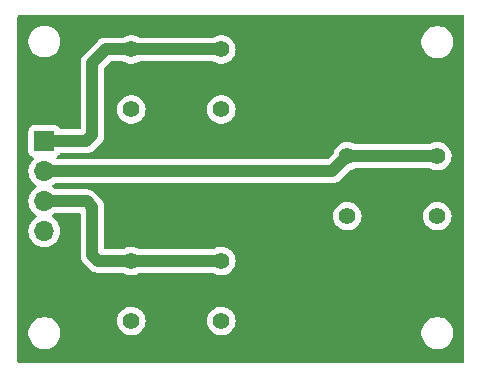
<source format=gbr>
%TF.GenerationSoftware,KiCad,Pcbnew,8.0.7*%
%TF.CreationDate,2025-01-07T20:01:39+01:00*%
%TF.ProjectId,keyboard,6b657962-6f61-4726-942e-6b696361645f,rev?*%
%TF.SameCoordinates,Original*%
%TF.FileFunction,Copper,L2,Bot*%
%TF.FilePolarity,Positive*%
%FSLAX46Y46*%
G04 Gerber Fmt 4.6, Leading zero omitted, Abs format (unit mm)*
G04 Created by KiCad (PCBNEW 8.0.7) date 2025-01-07 20:01:39*
%MOMM*%
%LPD*%
G01*
G04 APERTURE LIST*
%TA.AperFunction,ComponentPad*%
%ADD10C,1.397000*%
%TD*%
%TA.AperFunction,ComponentPad*%
%ADD11R,1.700000X1.700000*%
%TD*%
%TA.AperFunction,ComponentPad*%
%ADD12O,1.700000X1.700000*%
%TD*%
%TA.AperFunction,Conductor*%
%ADD13C,1.000000*%
%TD*%
G04 APERTURE END LIST*
D10*
%TO.P,SW3,1,1*%
%TO.N,Net-(J1-Pin_3)*%
X54350000Y-45704000D03*
X61970000Y-45704000D03*
%TO.P,SW3,2,2*%
%TO.N,/5VB*%
X54350000Y-50784000D03*
X61970000Y-50784000D03*
%TD*%
%TO.P,SW2,1,1*%
%TO.N,Net-(J1-Pin_2)*%
X72644000Y-36830000D03*
X80264000Y-36830000D03*
%TO.P,SW2,2,2*%
%TO.N,/5VB*%
X72644000Y-41910000D03*
X80264000Y-41910000D03*
%TD*%
%TO.P,SW1,1,1*%
%TO.N,Net-(J1-Pin_1)*%
X54350000Y-27804000D03*
X61970000Y-27804000D03*
%TO.P,SW1,2,2*%
%TO.N,/5VB*%
X54350000Y-32884000D03*
X61970000Y-32884000D03*
%TD*%
D11*
%TO.P,J1,1,Pin_1*%
%TO.N,Net-(J1-Pin_1)*%
X46990000Y-35570000D03*
D12*
%TO.P,J1,2,Pin_2*%
%TO.N,Net-(J1-Pin_2)*%
X46990000Y-38110000D03*
%TO.P,J1,3,Pin_3*%
%TO.N,Net-(J1-Pin_3)*%
X46990000Y-40650000D03*
%TO.P,J1,4,Pin_4*%
%TO.N,/5VB*%
X46990000Y-43190000D03*
%TD*%
D13*
%TO.N,Net-(J1-Pin_3)*%
X54350000Y-45704000D02*
X61970000Y-45704000D01*
X51054000Y-45212000D02*
X51562000Y-45720000D01*
X51054000Y-41148000D02*
X51054000Y-45212000D01*
X50556000Y-40650000D02*
X51054000Y-41148000D01*
X51562000Y-45720000D02*
X51578000Y-45704000D01*
X46990000Y-40650000D02*
X50556000Y-40650000D01*
X51578000Y-45704000D02*
X54350000Y-45704000D01*
%TO.N,Net-(J1-Pin_2)*%
X72644000Y-36830000D02*
X80264000Y-36830000D01*
X71364000Y-38110000D02*
X72644000Y-36830000D01*
X46990000Y-38110000D02*
X71364000Y-38110000D01*
%TO.N,Net-(J1-Pin_1)*%
X54350000Y-27804000D02*
X61970000Y-27804000D01*
X52206000Y-27804000D02*
X54350000Y-27804000D01*
X51054000Y-28956000D02*
X52206000Y-27804000D01*
X51054000Y-35052000D02*
X51054000Y-28956000D01*
X50536000Y-35570000D02*
X51054000Y-35052000D01*
X46990000Y-35570000D02*
X50536000Y-35570000D01*
%TD*%
%TA.AperFunction,NonConductor*%
G36*
X82493039Y-24911685D02*
G01*
X82538794Y-24964489D01*
X82550000Y-25016000D01*
X82550000Y-54232000D01*
X82530315Y-54299039D01*
X82477511Y-54344794D01*
X82426000Y-54356000D01*
X44828000Y-54356000D01*
X44760961Y-54336315D01*
X44715206Y-54283511D01*
X44704000Y-54232000D01*
X44704000Y-51709713D01*
X45639500Y-51709713D01*
X45639500Y-51922286D01*
X45672753Y-52132239D01*
X45738444Y-52334414D01*
X45834951Y-52523820D01*
X45959890Y-52695786D01*
X46110213Y-52846109D01*
X46282179Y-52971048D01*
X46282181Y-52971049D01*
X46282184Y-52971051D01*
X46471588Y-53067557D01*
X46673757Y-53133246D01*
X46883713Y-53166500D01*
X46883714Y-53166500D01*
X47096286Y-53166500D01*
X47096287Y-53166500D01*
X47306243Y-53133246D01*
X47508412Y-53067557D01*
X47697816Y-52971051D01*
X47719789Y-52955086D01*
X47869786Y-52846109D01*
X47869788Y-52846106D01*
X47869792Y-52846104D01*
X48020104Y-52695792D01*
X48020106Y-52695788D01*
X48020109Y-52695786D01*
X48145048Y-52523820D01*
X48145047Y-52523820D01*
X48145051Y-52523816D01*
X48241557Y-52334412D01*
X48307246Y-52132243D01*
X48340500Y-51922287D01*
X48340500Y-51709713D01*
X48307246Y-51499757D01*
X48241557Y-51297588D01*
X48145051Y-51108184D01*
X48145049Y-51108181D01*
X48145048Y-51108179D01*
X48020109Y-50936213D01*
X47869786Y-50785890D01*
X47867183Y-50783999D01*
X53145863Y-50783999D01*
X53145863Y-50784000D01*
X53166365Y-51005259D01*
X53166366Y-51005261D01*
X53227174Y-51218979D01*
X53227180Y-51218994D01*
X53326222Y-51417896D01*
X53460133Y-51595224D01*
X53624344Y-51744921D01*
X53624346Y-51744923D01*
X53813266Y-51861897D01*
X53813272Y-51861900D01*
X53842206Y-51873109D01*
X54020472Y-51942170D01*
X54238896Y-51983000D01*
X54238899Y-51983000D01*
X54461101Y-51983000D01*
X54461104Y-51983000D01*
X54679528Y-51942170D01*
X54886730Y-51861899D01*
X55075655Y-51744922D01*
X55239868Y-51595222D01*
X55373778Y-51417896D01*
X55472824Y-51218984D01*
X55533634Y-51005260D01*
X55554137Y-50784000D01*
X55554137Y-50783999D01*
X60765863Y-50783999D01*
X60765863Y-50784000D01*
X60786365Y-51005259D01*
X60786366Y-51005261D01*
X60847174Y-51218979D01*
X60847180Y-51218994D01*
X60946222Y-51417896D01*
X61080133Y-51595224D01*
X61244344Y-51744921D01*
X61244346Y-51744923D01*
X61433266Y-51861897D01*
X61433272Y-51861900D01*
X61462206Y-51873109D01*
X61640472Y-51942170D01*
X61858896Y-51983000D01*
X61858899Y-51983000D01*
X62081101Y-51983000D01*
X62081104Y-51983000D01*
X62299528Y-51942170D01*
X62506730Y-51861899D01*
X62695655Y-51744922D01*
X62734277Y-51709713D01*
X78913500Y-51709713D01*
X78913500Y-51922286D01*
X78946753Y-52132239D01*
X79012444Y-52334414D01*
X79108951Y-52523820D01*
X79233890Y-52695786D01*
X79384213Y-52846109D01*
X79556179Y-52971048D01*
X79556181Y-52971049D01*
X79556184Y-52971051D01*
X79745588Y-53067557D01*
X79947757Y-53133246D01*
X80157713Y-53166500D01*
X80157714Y-53166500D01*
X80370286Y-53166500D01*
X80370287Y-53166500D01*
X80580243Y-53133246D01*
X80782412Y-53067557D01*
X80971816Y-52971051D01*
X80993789Y-52955086D01*
X81143786Y-52846109D01*
X81143788Y-52846106D01*
X81143792Y-52846104D01*
X81294104Y-52695792D01*
X81294106Y-52695788D01*
X81294109Y-52695786D01*
X81419048Y-52523820D01*
X81419047Y-52523820D01*
X81419051Y-52523816D01*
X81515557Y-52334412D01*
X81581246Y-52132243D01*
X81614500Y-51922287D01*
X81614500Y-51709713D01*
X81581246Y-51499757D01*
X81515557Y-51297588D01*
X81419051Y-51108184D01*
X81419049Y-51108181D01*
X81419048Y-51108179D01*
X81294109Y-50936213D01*
X81143786Y-50785890D01*
X80971820Y-50660951D01*
X80782414Y-50564444D01*
X80782413Y-50564443D01*
X80782412Y-50564443D01*
X80580243Y-50498754D01*
X80580241Y-50498753D01*
X80580240Y-50498753D01*
X80418957Y-50473208D01*
X80370287Y-50465500D01*
X80157713Y-50465500D01*
X80109042Y-50473208D01*
X79947760Y-50498753D01*
X79745585Y-50564444D01*
X79556179Y-50660951D01*
X79384213Y-50785890D01*
X79233890Y-50936213D01*
X79108951Y-51108179D01*
X79012444Y-51297585D01*
X78946753Y-51499760D01*
X78913500Y-51709713D01*
X62734277Y-51709713D01*
X62859868Y-51595222D01*
X62993778Y-51417896D01*
X63092824Y-51218984D01*
X63153634Y-51005260D01*
X63174137Y-50784000D01*
X63153634Y-50562740D01*
X63092824Y-50349016D01*
X62993778Y-50150104D01*
X62859868Y-49972778D01*
X62859866Y-49972775D01*
X62695655Y-49823078D01*
X62695653Y-49823076D01*
X62506733Y-49706102D01*
X62506727Y-49706099D01*
X62399080Y-49664397D01*
X62299528Y-49625830D01*
X62081104Y-49585000D01*
X61858896Y-49585000D01*
X61640472Y-49625830D01*
X61590695Y-49645113D01*
X61433272Y-49706099D01*
X61433266Y-49706102D01*
X61244346Y-49823076D01*
X61244344Y-49823078D01*
X61080133Y-49972775D01*
X60946222Y-50150103D01*
X60847180Y-50349005D01*
X60847174Y-50349020D01*
X60786366Y-50562738D01*
X60786365Y-50562740D01*
X60765863Y-50783999D01*
X55554137Y-50783999D01*
X55533634Y-50562740D01*
X55472824Y-50349016D01*
X55373778Y-50150104D01*
X55239868Y-49972778D01*
X55239866Y-49972775D01*
X55075655Y-49823078D01*
X55075653Y-49823076D01*
X54886733Y-49706102D01*
X54886727Y-49706099D01*
X54779080Y-49664397D01*
X54679528Y-49625830D01*
X54461104Y-49585000D01*
X54238896Y-49585000D01*
X54020472Y-49625830D01*
X53970695Y-49645113D01*
X53813272Y-49706099D01*
X53813266Y-49706102D01*
X53624346Y-49823076D01*
X53624344Y-49823078D01*
X53460133Y-49972775D01*
X53326222Y-50150103D01*
X53227180Y-50349005D01*
X53227174Y-50349020D01*
X53166366Y-50562738D01*
X53166365Y-50562740D01*
X53145863Y-50783999D01*
X47867183Y-50783999D01*
X47697820Y-50660951D01*
X47508414Y-50564444D01*
X47508413Y-50564443D01*
X47508412Y-50564443D01*
X47306243Y-50498754D01*
X47306241Y-50498753D01*
X47306240Y-50498753D01*
X47144957Y-50473208D01*
X47096287Y-50465500D01*
X46883713Y-50465500D01*
X46835042Y-50473208D01*
X46673760Y-50498753D01*
X46471585Y-50564444D01*
X46282179Y-50660951D01*
X46110213Y-50785890D01*
X45959890Y-50936213D01*
X45834951Y-51108179D01*
X45738444Y-51297585D01*
X45672753Y-51499760D01*
X45639500Y-51709713D01*
X44704000Y-51709713D01*
X44704000Y-38109999D01*
X45634341Y-38109999D01*
X45634341Y-38110000D01*
X45654936Y-38345403D01*
X45654938Y-38345413D01*
X45716094Y-38573655D01*
X45716096Y-38573659D01*
X45716097Y-38573663D01*
X45792527Y-38737567D01*
X45815965Y-38787830D01*
X45815967Y-38787834D01*
X45951501Y-38981395D01*
X45951506Y-38981402D01*
X46118597Y-39148493D01*
X46118603Y-39148498D01*
X46304158Y-39278425D01*
X46347783Y-39333002D01*
X46354977Y-39402500D01*
X46323454Y-39464855D01*
X46304158Y-39481575D01*
X46118597Y-39611505D01*
X45951505Y-39778597D01*
X45815965Y-39972169D01*
X45815964Y-39972171D01*
X45716098Y-40186335D01*
X45716094Y-40186344D01*
X45654938Y-40414586D01*
X45654936Y-40414596D01*
X45634341Y-40649999D01*
X45634341Y-40650000D01*
X45654936Y-40885403D01*
X45654938Y-40885413D01*
X45716094Y-41113655D01*
X45716096Y-41113659D01*
X45716097Y-41113663D01*
X45791844Y-41276103D01*
X45815965Y-41327830D01*
X45815967Y-41327834D01*
X45951501Y-41521395D01*
X45951506Y-41521402D01*
X46118597Y-41688493D01*
X46118603Y-41688498D01*
X46304158Y-41818425D01*
X46347783Y-41873002D01*
X46354977Y-41942500D01*
X46323454Y-42004855D01*
X46304158Y-42021575D01*
X46118597Y-42151505D01*
X45951505Y-42318597D01*
X45815965Y-42512169D01*
X45815964Y-42512171D01*
X45716098Y-42726335D01*
X45716094Y-42726344D01*
X45654938Y-42954586D01*
X45654936Y-42954596D01*
X45634341Y-43189999D01*
X45634341Y-43190000D01*
X45654936Y-43425403D01*
X45654938Y-43425413D01*
X45716094Y-43653655D01*
X45716096Y-43653659D01*
X45716097Y-43653663D01*
X45815965Y-43867830D01*
X45815967Y-43867834D01*
X45924281Y-44022521D01*
X45951505Y-44061401D01*
X46118599Y-44228495D01*
X46215384Y-44296265D01*
X46312165Y-44364032D01*
X46312167Y-44364033D01*
X46312170Y-44364035D01*
X46526337Y-44463903D01*
X46754592Y-44525063D01*
X46942918Y-44541539D01*
X46989999Y-44545659D01*
X46990000Y-44545659D01*
X46990001Y-44545659D01*
X47029234Y-44542226D01*
X47225408Y-44525063D01*
X47453663Y-44463903D01*
X47667830Y-44364035D01*
X47861401Y-44228495D01*
X48028495Y-44061401D01*
X48164035Y-43867830D01*
X48263903Y-43653663D01*
X48325063Y-43425408D01*
X48345659Y-43190000D01*
X48325063Y-42954592D01*
X48263903Y-42726337D01*
X48164035Y-42512171D01*
X48046967Y-42344979D01*
X48028494Y-42318597D01*
X47861402Y-42151506D01*
X47861396Y-42151501D01*
X47675842Y-42021575D01*
X47632217Y-41966998D01*
X47625023Y-41897500D01*
X47656546Y-41835145D01*
X47675842Y-41818425D01*
X47738573Y-41774500D01*
X47861401Y-41688495D01*
X47863077Y-41686819D01*
X47863995Y-41686317D01*
X47865544Y-41685018D01*
X47865805Y-41685329D01*
X47924400Y-41653334D01*
X47950758Y-41650500D01*
X49929500Y-41650500D01*
X49996539Y-41670185D01*
X50042294Y-41722989D01*
X50053500Y-41774500D01*
X50053500Y-45310541D01*
X50053500Y-45310543D01*
X50053499Y-45310543D01*
X50091947Y-45503829D01*
X50091950Y-45503839D01*
X50167364Y-45685907D01*
X50167371Y-45685920D01*
X50276859Y-45849780D01*
X50276860Y-45849781D01*
X50276861Y-45849782D01*
X50416218Y-45989139D01*
X50416219Y-45989139D01*
X50423286Y-45996206D01*
X50423285Y-45996206D01*
X50423289Y-45996209D01*
X50924214Y-46497136D01*
X50924218Y-46497139D01*
X51088078Y-46606627D01*
X51088084Y-46606630D01*
X51088085Y-46606631D01*
X51270164Y-46682051D01*
X51463454Y-46720499D01*
X51463457Y-46720500D01*
X51463459Y-46720500D01*
X51660541Y-46720500D01*
X51696300Y-46713386D01*
X51728997Y-46706882D01*
X51753188Y-46704500D01*
X53652985Y-46704500D01*
X53718262Y-46723073D01*
X53813266Y-46781897D01*
X53813272Y-46781900D01*
X53842206Y-46793109D01*
X54020472Y-46862170D01*
X54238896Y-46903000D01*
X54238899Y-46903000D01*
X54461101Y-46903000D01*
X54461104Y-46903000D01*
X54679528Y-46862170D01*
X54886730Y-46781899D01*
X54916577Y-46763418D01*
X54981738Y-46723073D01*
X55047015Y-46704500D01*
X61272985Y-46704500D01*
X61338262Y-46723073D01*
X61433266Y-46781897D01*
X61433272Y-46781900D01*
X61462206Y-46793109D01*
X61640472Y-46862170D01*
X61858896Y-46903000D01*
X61858899Y-46903000D01*
X62081101Y-46903000D01*
X62081104Y-46903000D01*
X62299528Y-46862170D01*
X62506730Y-46781899D01*
X62695655Y-46664922D01*
X62859868Y-46515222D01*
X62993778Y-46337896D01*
X63092824Y-46138984D01*
X63153634Y-45925260D01*
X63174137Y-45704000D01*
X63172460Y-45685907D01*
X63153634Y-45482740D01*
X63153633Y-45482738D01*
X63104639Y-45310543D01*
X63092824Y-45269016D01*
X62993778Y-45070104D01*
X62859868Y-44892778D01*
X62859866Y-44892775D01*
X62695655Y-44743078D01*
X62695653Y-44743076D01*
X62506733Y-44626102D01*
X62506727Y-44626099D01*
X62399080Y-44584397D01*
X62299528Y-44545830D01*
X62081104Y-44505000D01*
X61858896Y-44505000D01*
X61640472Y-44545830D01*
X61590695Y-44565113D01*
X61433272Y-44626099D01*
X61433266Y-44626102D01*
X61338262Y-44684927D01*
X61272985Y-44703500D01*
X55047015Y-44703500D01*
X54981738Y-44684927D01*
X54886733Y-44626102D01*
X54886727Y-44626099D01*
X54779080Y-44584397D01*
X54679528Y-44545830D01*
X54461104Y-44505000D01*
X54238896Y-44505000D01*
X54020472Y-44545830D01*
X53970695Y-44565113D01*
X53813272Y-44626099D01*
X53813266Y-44626102D01*
X53718262Y-44684927D01*
X53652985Y-44703500D01*
X52178500Y-44703500D01*
X52111461Y-44683815D01*
X52065706Y-44631011D01*
X52054500Y-44579500D01*
X52054500Y-41909999D01*
X71439863Y-41909999D01*
X71439863Y-41910000D01*
X71460365Y-42131259D01*
X71460366Y-42131261D01*
X71521174Y-42344979D01*
X71521180Y-42344994D01*
X71620222Y-42543896D01*
X71754133Y-42721224D01*
X71918344Y-42870921D01*
X71918346Y-42870923D01*
X72107266Y-42987897D01*
X72107272Y-42987900D01*
X72136206Y-42999109D01*
X72314472Y-43068170D01*
X72532896Y-43109000D01*
X72532899Y-43109000D01*
X72755101Y-43109000D01*
X72755104Y-43109000D01*
X72973528Y-43068170D01*
X73180730Y-42987899D01*
X73369655Y-42870922D01*
X73509200Y-42743709D01*
X73533866Y-42721224D01*
X73533868Y-42721222D01*
X73667778Y-42543896D01*
X73766824Y-42344984D01*
X73827634Y-42131260D01*
X73848137Y-41910000D01*
X73848137Y-41909999D01*
X79059863Y-41909999D01*
X79059863Y-41910000D01*
X79080365Y-42131259D01*
X79080366Y-42131261D01*
X79141174Y-42344979D01*
X79141180Y-42344994D01*
X79240222Y-42543896D01*
X79374133Y-42721224D01*
X79538344Y-42870921D01*
X79538346Y-42870923D01*
X79727266Y-42987897D01*
X79727272Y-42987900D01*
X79756206Y-42999109D01*
X79934472Y-43068170D01*
X80152896Y-43109000D01*
X80152899Y-43109000D01*
X80375101Y-43109000D01*
X80375104Y-43109000D01*
X80593528Y-43068170D01*
X80800730Y-42987899D01*
X80989655Y-42870922D01*
X81129200Y-42743709D01*
X81153866Y-42721224D01*
X81153868Y-42721222D01*
X81287778Y-42543896D01*
X81386824Y-42344984D01*
X81447634Y-42131260D01*
X81468137Y-41910000D01*
X81447634Y-41688740D01*
X81386824Y-41475016D01*
X81287778Y-41276104D01*
X81223530Y-41191026D01*
X81153866Y-41098775D01*
X80989655Y-40949078D01*
X80989653Y-40949076D01*
X80800733Y-40832102D01*
X80800727Y-40832099D01*
X80693080Y-40790397D01*
X80593528Y-40751830D01*
X80375104Y-40711000D01*
X80152896Y-40711000D01*
X79934472Y-40751830D01*
X79884695Y-40771113D01*
X79727272Y-40832099D01*
X79727266Y-40832102D01*
X79538346Y-40949076D01*
X79538344Y-40949078D01*
X79374133Y-41098775D01*
X79240222Y-41276103D01*
X79141180Y-41475005D01*
X79141174Y-41475020D01*
X79080366Y-41688738D01*
X79080365Y-41688740D01*
X79059863Y-41909999D01*
X73848137Y-41909999D01*
X73827634Y-41688740D01*
X73766824Y-41475016D01*
X73667778Y-41276104D01*
X73603530Y-41191026D01*
X73533866Y-41098775D01*
X73369655Y-40949078D01*
X73369653Y-40949076D01*
X73180733Y-40832102D01*
X73180727Y-40832099D01*
X73073080Y-40790397D01*
X72973528Y-40751830D01*
X72755104Y-40711000D01*
X72532896Y-40711000D01*
X72314472Y-40751830D01*
X72264695Y-40771113D01*
X72107272Y-40832099D01*
X72107266Y-40832102D01*
X71918346Y-40949076D01*
X71918344Y-40949078D01*
X71754133Y-41098775D01*
X71620222Y-41276103D01*
X71521180Y-41475005D01*
X71521174Y-41475020D01*
X71460366Y-41688738D01*
X71460365Y-41688740D01*
X71439863Y-41909999D01*
X52054500Y-41909999D01*
X52054500Y-41049456D01*
X52016052Y-40856169D01*
X52016049Y-40856160D01*
X52006084Y-40832104D01*
X52006082Y-40832099D01*
X51971472Y-40748541D01*
X51955922Y-40711000D01*
X51940632Y-40674086D01*
X51940630Y-40674084D01*
X51940630Y-40674082D01*
X51831140Y-40510219D01*
X51831139Y-40510218D01*
X51691782Y-40370861D01*
X51691781Y-40370860D01*
X51340208Y-40019288D01*
X51340206Y-40019285D01*
X51340206Y-40019286D01*
X51333139Y-40012219D01*
X51333139Y-40012218D01*
X51193782Y-39872861D01*
X51193781Y-39872860D01*
X51193780Y-39872859D01*
X51029920Y-39763371D01*
X51029911Y-39763366D01*
X50957315Y-39733296D01*
X50901165Y-39710038D01*
X50847836Y-39687949D01*
X50847832Y-39687948D01*
X50847828Y-39687946D01*
X50751188Y-39668724D01*
X50654544Y-39649500D01*
X50654541Y-39649500D01*
X47950758Y-39649500D01*
X47883719Y-39629815D01*
X47863077Y-39613181D01*
X47861402Y-39611506D01*
X47861396Y-39611501D01*
X47675842Y-39481575D01*
X47632217Y-39426998D01*
X47625023Y-39357500D01*
X47656546Y-39295145D01*
X47675842Y-39278425D01*
X47698026Y-39262891D01*
X47861401Y-39148495D01*
X47863077Y-39146819D01*
X47863995Y-39146317D01*
X47865544Y-39145018D01*
X47865805Y-39145329D01*
X47924400Y-39113334D01*
X47950758Y-39110500D01*
X71462542Y-39110500D01*
X71481870Y-39106655D01*
X71559188Y-39091275D01*
X71655836Y-39072051D01*
X71709165Y-39049961D01*
X71837914Y-38996632D01*
X72001782Y-38887139D01*
X72141139Y-38747782D01*
X72141139Y-38747780D01*
X72151347Y-38737573D01*
X72151349Y-38737570D01*
X72856867Y-38032051D01*
X72918188Y-37998568D01*
X72921737Y-37997850D01*
X72957559Y-37991154D01*
X72973529Y-37988170D01*
X73180718Y-37907904D01*
X73180727Y-37907900D01*
X73180730Y-37907899D01*
X73210577Y-37889418D01*
X73275738Y-37849073D01*
X73341015Y-37830500D01*
X79566985Y-37830500D01*
X79632262Y-37849073D01*
X79727266Y-37907897D01*
X79727272Y-37907900D01*
X79756206Y-37919109D01*
X79934472Y-37988170D01*
X80152896Y-38029000D01*
X80152899Y-38029000D01*
X80375101Y-38029000D01*
X80375104Y-38029000D01*
X80593528Y-37988170D01*
X80800730Y-37907899D01*
X80989655Y-37790922D01*
X81129200Y-37663709D01*
X81153866Y-37641224D01*
X81153868Y-37641222D01*
X81287778Y-37463896D01*
X81386824Y-37264984D01*
X81447634Y-37051260D01*
X81468137Y-36830000D01*
X81463276Y-36777547D01*
X81447634Y-36608740D01*
X81447633Y-36608738D01*
X81443646Y-36594726D01*
X81386824Y-36395016D01*
X81287778Y-36196104D01*
X81153868Y-36018778D01*
X81153866Y-36018775D01*
X80989655Y-35869078D01*
X80989653Y-35869076D01*
X80800733Y-35752102D01*
X80800727Y-35752099D01*
X80693080Y-35710397D01*
X80593528Y-35671830D01*
X80375104Y-35631000D01*
X80152896Y-35631000D01*
X79934472Y-35671830D01*
X79888141Y-35689779D01*
X79727272Y-35752099D01*
X79727266Y-35752102D01*
X79632262Y-35810927D01*
X79566985Y-35829500D01*
X73341015Y-35829500D01*
X73275738Y-35810927D01*
X73180733Y-35752102D01*
X73180727Y-35752099D01*
X73073080Y-35710397D01*
X72973528Y-35671830D01*
X72755104Y-35631000D01*
X72532896Y-35631000D01*
X72314472Y-35671830D01*
X72268141Y-35689779D01*
X72107272Y-35752099D01*
X72107266Y-35752102D01*
X71918346Y-35869076D01*
X71918344Y-35869078D01*
X71754133Y-36018775D01*
X71620222Y-36196103D01*
X71521180Y-36395005D01*
X71521175Y-36395018D01*
X71473166Y-36563752D01*
X71441581Y-36617498D01*
X70985899Y-37073181D01*
X70924576Y-37106666D01*
X70898218Y-37109500D01*
X48110860Y-37109500D01*
X48043821Y-37089815D01*
X47998066Y-37037011D01*
X47988122Y-36967853D01*
X48017147Y-36904297D01*
X48067527Y-36869318D01*
X48082328Y-36863797D01*
X48082327Y-36863797D01*
X48082331Y-36863796D01*
X48197546Y-36777546D01*
X48283796Y-36662331D01*
X48287960Y-36651165D01*
X48329829Y-36595234D01*
X48395293Y-36570816D01*
X48404141Y-36570500D01*
X50634542Y-36570500D01*
X50653870Y-36566655D01*
X50731188Y-36551275D01*
X50827836Y-36532051D01*
X50881165Y-36509961D01*
X51009914Y-36456632D01*
X51173782Y-36347139D01*
X51313139Y-36207782D01*
X51313140Y-36207779D01*
X51831140Y-35689781D01*
X51940632Y-35525914D01*
X52016052Y-35343835D01*
X52054500Y-35150540D01*
X52054500Y-34953459D01*
X52054500Y-32883999D01*
X53145863Y-32883999D01*
X53145863Y-32884000D01*
X53166365Y-33105259D01*
X53166366Y-33105261D01*
X53227174Y-33318979D01*
X53227180Y-33318994D01*
X53326222Y-33517896D01*
X53460133Y-33695224D01*
X53624344Y-33844921D01*
X53624346Y-33844923D01*
X53813266Y-33961897D01*
X53813272Y-33961900D01*
X53842206Y-33973109D01*
X54020472Y-34042170D01*
X54238896Y-34083000D01*
X54238899Y-34083000D01*
X54461101Y-34083000D01*
X54461104Y-34083000D01*
X54679528Y-34042170D01*
X54886730Y-33961899D01*
X55075655Y-33844922D01*
X55239868Y-33695222D01*
X55373778Y-33517896D01*
X55472824Y-33318984D01*
X55533634Y-33105260D01*
X55554137Y-32884000D01*
X55554137Y-32883999D01*
X60765863Y-32883999D01*
X60765863Y-32884000D01*
X60786365Y-33105259D01*
X60786366Y-33105261D01*
X60847174Y-33318979D01*
X60847180Y-33318994D01*
X60946222Y-33517896D01*
X61080133Y-33695224D01*
X61244344Y-33844921D01*
X61244346Y-33844923D01*
X61433266Y-33961897D01*
X61433272Y-33961900D01*
X61462206Y-33973109D01*
X61640472Y-34042170D01*
X61858896Y-34083000D01*
X61858899Y-34083000D01*
X62081101Y-34083000D01*
X62081104Y-34083000D01*
X62299528Y-34042170D01*
X62506730Y-33961899D01*
X62695655Y-33844922D01*
X62859868Y-33695222D01*
X62993778Y-33517896D01*
X63092824Y-33318984D01*
X63153634Y-33105260D01*
X63174137Y-32884000D01*
X63153634Y-32662740D01*
X63092824Y-32449016D01*
X62993778Y-32250104D01*
X62859868Y-32072778D01*
X62859866Y-32072775D01*
X62695655Y-31923078D01*
X62695653Y-31923076D01*
X62506733Y-31806102D01*
X62506727Y-31806099D01*
X62399080Y-31764397D01*
X62299528Y-31725830D01*
X62081104Y-31685000D01*
X61858896Y-31685000D01*
X61640472Y-31725830D01*
X61590695Y-31745113D01*
X61433272Y-31806099D01*
X61433266Y-31806102D01*
X61244346Y-31923076D01*
X61244344Y-31923078D01*
X61080133Y-32072775D01*
X60946222Y-32250103D01*
X60847180Y-32449005D01*
X60847174Y-32449020D01*
X60786366Y-32662738D01*
X60786365Y-32662740D01*
X60765863Y-32883999D01*
X55554137Y-32883999D01*
X55533634Y-32662740D01*
X55472824Y-32449016D01*
X55373778Y-32250104D01*
X55239868Y-32072778D01*
X55239866Y-32072775D01*
X55075655Y-31923078D01*
X55075653Y-31923076D01*
X54886733Y-31806102D01*
X54886727Y-31806099D01*
X54779080Y-31764397D01*
X54679528Y-31725830D01*
X54461104Y-31685000D01*
X54238896Y-31685000D01*
X54020472Y-31725830D01*
X53970695Y-31745113D01*
X53813272Y-31806099D01*
X53813266Y-31806102D01*
X53624346Y-31923076D01*
X53624344Y-31923078D01*
X53460133Y-32072775D01*
X53326222Y-32250103D01*
X53227180Y-32449005D01*
X53227174Y-32449020D01*
X53166366Y-32662738D01*
X53166365Y-32662740D01*
X53145863Y-32883999D01*
X52054500Y-32883999D01*
X52054500Y-29421782D01*
X52074185Y-29354743D01*
X52090819Y-29334101D01*
X52584101Y-28840819D01*
X52645424Y-28807334D01*
X52671782Y-28804500D01*
X53652985Y-28804500D01*
X53718262Y-28823073D01*
X53813266Y-28881897D01*
X53813272Y-28881900D01*
X53842206Y-28893109D01*
X54020472Y-28962170D01*
X54238896Y-29003000D01*
X54238899Y-29003000D01*
X54461101Y-29003000D01*
X54461104Y-29003000D01*
X54679528Y-28962170D01*
X54886730Y-28881899D01*
X54953077Y-28840819D01*
X54981738Y-28823073D01*
X55047015Y-28804500D01*
X61272985Y-28804500D01*
X61338262Y-28823073D01*
X61433266Y-28881897D01*
X61433272Y-28881900D01*
X61462206Y-28893109D01*
X61640472Y-28962170D01*
X61858896Y-29003000D01*
X61858899Y-29003000D01*
X62081101Y-29003000D01*
X62081104Y-29003000D01*
X62299528Y-28962170D01*
X62506730Y-28881899D01*
X62695655Y-28764922D01*
X62859868Y-28615222D01*
X62993778Y-28437896D01*
X63092824Y-28238984D01*
X63153634Y-28025260D01*
X63174137Y-27804000D01*
X63159719Y-27648412D01*
X63153634Y-27582740D01*
X63153633Y-27582738D01*
X63092825Y-27369020D01*
X63092824Y-27369016D01*
X62993778Y-27170104D01*
X62919477Y-27071713D01*
X78913500Y-27071713D01*
X78913500Y-27284287D01*
X78946754Y-27494243D01*
X78996847Y-27648414D01*
X79012444Y-27696414D01*
X79108951Y-27885820D01*
X79233890Y-28057786D01*
X79384213Y-28208109D01*
X79556179Y-28333048D01*
X79556181Y-28333049D01*
X79556184Y-28333051D01*
X79745588Y-28429557D01*
X79947757Y-28495246D01*
X80157713Y-28528500D01*
X80157714Y-28528500D01*
X80370286Y-28528500D01*
X80370287Y-28528500D01*
X80580243Y-28495246D01*
X80782412Y-28429557D01*
X80971816Y-28333051D01*
X81037887Y-28285048D01*
X81143786Y-28208109D01*
X81143788Y-28208106D01*
X81143792Y-28208104D01*
X81294104Y-28057792D01*
X81294106Y-28057788D01*
X81294109Y-28057786D01*
X81419048Y-27885820D01*
X81419047Y-27885820D01*
X81419051Y-27885816D01*
X81515557Y-27696412D01*
X81581246Y-27494243D01*
X81614500Y-27284287D01*
X81614500Y-27071713D01*
X81581246Y-26861757D01*
X81515557Y-26659588D01*
X81419051Y-26470184D01*
X81419049Y-26470181D01*
X81419048Y-26470179D01*
X81294109Y-26298213D01*
X81143786Y-26147890D01*
X80971820Y-26022951D01*
X80782414Y-25926444D01*
X80782413Y-25926443D01*
X80782412Y-25926443D01*
X80580243Y-25860754D01*
X80580241Y-25860753D01*
X80580240Y-25860753D01*
X80418957Y-25835208D01*
X80370287Y-25827500D01*
X80157713Y-25827500D01*
X80109042Y-25835208D01*
X79947760Y-25860753D01*
X79745585Y-25926444D01*
X79556179Y-26022951D01*
X79384213Y-26147890D01*
X79233890Y-26298213D01*
X79108951Y-26470179D01*
X79012444Y-26659585D01*
X79012443Y-26659587D01*
X79012443Y-26659588D01*
X78946754Y-26861757D01*
X78913500Y-27071713D01*
X62919477Y-27071713D01*
X62859868Y-26992778D01*
X62859866Y-26992775D01*
X62695655Y-26843078D01*
X62695653Y-26843076D01*
X62506733Y-26726102D01*
X62506727Y-26726099D01*
X62399080Y-26684397D01*
X62299528Y-26645830D01*
X62081104Y-26605000D01*
X61858896Y-26605000D01*
X61640472Y-26645830D01*
X61604959Y-26659588D01*
X61433272Y-26726099D01*
X61433266Y-26726102D01*
X61338262Y-26784927D01*
X61272985Y-26803500D01*
X55047015Y-26803500D01*
X54981738Y-26784927D01*
X54886733Y-26726102D01*
X54886727Y-26726099D01*
X54779080Y-26684397D01*
X54679528Y-26645830D01*
X54461104Y-26605000D01*
X54238896Y-26605000D01*
X54020472Y-26645830D01*
X53984959Y-26659588D01*
X53813272Y-26726099D01*
X53813266Y-26726102D01*
X53718262Y-26784927D01*
X53652985Y-26803500D01*
X52107455Y-26803500D01*
X52010812Y-26822724D01*
X51914170Y-26841946D01*
X51914165Y-26841948D01*
X51866344Y-26861757D01*
X51866343Y-26861757D01*
X51732092Y-26917364D01*
X51732079Y-26917371D01*
X51568219Y-27026859D01*
X51523366Y-27071713D01*
X51428861Y-27166218D01*
X51428858Y-27166221D01*
X50416221Y-28178858D01*
X50416218Y-28178861D01*
X50356100Y-28238979D01*
X50276859Y-28318219D01*
X50167371Y-28482079D01*
X50167364Y-28482092D01*
X50091950Y-28664160D01*
X50091947Y-28664170D01*
X50053500Y-28857456D01*
X50053500Y-34445500D01*
X50033815Y-34512539D01*
X49981011Y-34558294D01*
X49929500Y-34569500D01*
X48404141Y-34569500D01*
X48337102Y-34549815D01*
X48291347Y-34497011D01*
X48287969Y-34488859D01*
X48283796Y-34477669D01*
X48283793Y-34477665D01*
X48283793Y-34477664D01*
X48197547Y-34362455D01*
X48197544Y-34362452D01*
X48082335Y-34276206D01*
X48082328Y-34276202D01*
X47947482Y-34225908D01*
X47947483Y-34225908D01*
X47887883Y-34219501D01*
X47887881Y-34219500D01*
X47887873Y-34219500D01*
X47887864Y-34219500D01*
X46092129Y-34219500D01*
X46092123Y-34219501D01*
X46032516Y-34225908D01*
X45897671Y-34276202D01*
X45897664Y-34276206D01*
X45782455Y-34362452D01*
X45782452Y-34362455D01*
X45696206Y-34477664D01*
X45696202Y-34477671D01*
X45645908Y-34612517D01*
X45639501Y-34672116D01*
X45639500Y-34672135D01*
X45639500Y-36467870D01*
X45639501Y-36467876D01*
X45645908Y-36527483D01*
X45696202Y-36662328D01*
X45696206Y-36662335D01*
X45782452Y-36777544D01*
X45782455Y-36777547D01*
X45897664Y-36863793D01*
X45897671Y-36863797D01*
X46029081Y-36912810D01*
X46085015Y-36954681D01*
X46109432Y-37020145D01*
X46094580Y-37088418D01*
X46073430Y-37116673D01*
X45951503Y-37238600D01*
X45815965Y-37432169D01*
X45815964Y-37432171D01*
X45716098Y-37646335D01*
X45716094Y-37646344D01*
X45654938Y-37874586D01*
X45654936Y-37874596D01*
X45634341Y-38109999D01*
X44704000Y-38109999D01*
X44704000Y-27023713D01*
X45639500Y-27023713D01*
X45639500Y-27236286D01*
X45660520Y-27369005D01*
X45672754Y-27446243D01*
X45688350Y-27494243D01*
X45738444Y-27648414D01*
X45834951Y-27837820D01*
X45959890Y-28009786D01*
X46110213Y-28160109D01*
X46282179Y-28285048D01*
X46282181Y-28285049D01*
X46282184Y-28285051D01*
X46471588Y-28381557D01*
X46673757Y-28447246D01*
X46883713Y-28480500D01*
X46883714Y-28480500D01*
X47096286Y-28480500D01*
X47096287Y-28480500D01*
X47306243Y-28447246D01*
X47508412Y-28381557D01*
X47697816Y-28285051D01*
X47719789Y-28269086D01*
X47869786Y-28160109D01*
X47869788Y-28160106D01*
X47869792Y-28160104D01*
X48020104Y-28009792D01*
X48020106Y-28009788D01*
X48020109Y-28009786D01*
X48145048Y-27837820D01*
X48145047Y-27837820D01*
X48145051Y-27837816D01*
X48241557Y-27648412D01*
X48307246Y-27446243D01*
X48340500Y-27236287D01*
X48340500Y-27023713D01*
X48307246Y-26813757D01*
X48241557Y-26611588D01*
X48145051Y-26422184D01*
X48145049Y-26422181D01*
X48145048Y-26422179D01*
X48020109Y-26250213D01*
X47869786Y-26099890D01*
X47697820Y-25974951D01*
X47508414Y-25878444D01*
X47508413Y-25878443D01*
X47508412Y-25878443D01*
X47306243Y-25812754D01*
X47306241Y-25812753D01*
X47306240Y-25812753D01*
X47144957Y-25787208D01*
X47096287Y-25779500D01*
X46883713Y-25779500D01*
X46835042Y-25787208D01*
X46673760Y-25812753D01*
X46471585Y-25878444D01*
X46282179Y-25974951D01*
X46110213Y-26099890D01*
X45959890Y-26250213D01*
X45834951Y-26422179D01*
X45738444Y-26611585D01*
X45672753Y-26813760D01*
X45639500Y-27023713D01*
X44704000Y-27023713D01*
X44704000Y-25016000D01*
X44723685Y-24948961D01*
X44776489Y-24903206D01*
X44828000Y-24892000D01*
X82426000Y-24892000D01*
X82493039Y-24911685D01*
G37*
%TD.AperFunction*%
M02*

</source>
